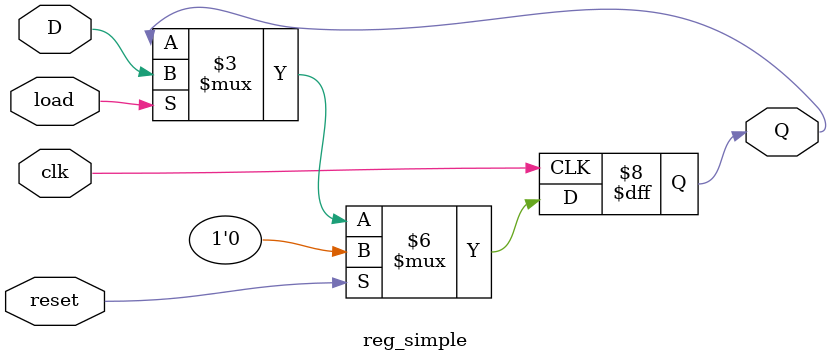
<source format=sv>
`timescale 1ns / 1ps


module reg_simple(
    input logic D, clk, reset, load,
    output logic Q
    );
    
    always_ff@(posedge clk)
        if(reset)
            Q <= 'b0;
        else if(load)
            Q <= D;
        else 
            Q <= Q;
endmodule

</source>
